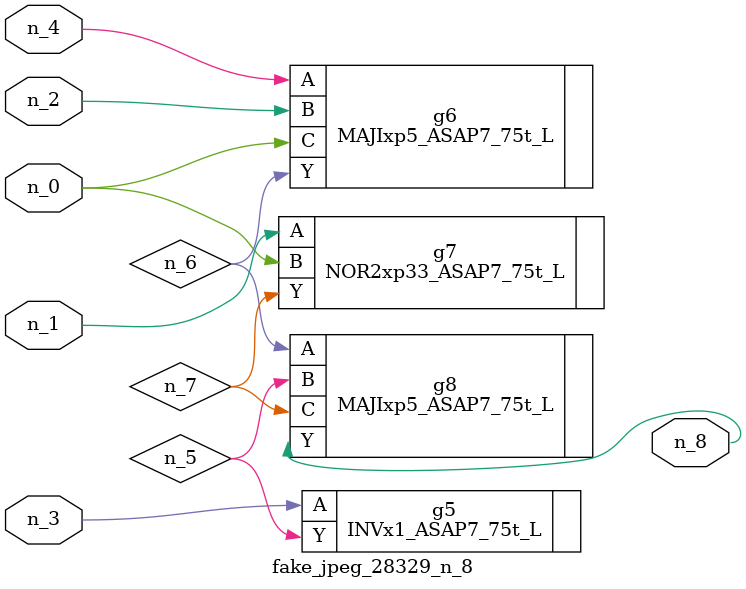
<source format=v>
module fake_jpeg_28329_n_8 (n_3, n_2, n_1, n_0, n_4, n_8);

input n_3;
input n_2;
input n_1;
input n_0;
input n_4;

output n_8;

wire n_6;
wire n_5;
wire n_7;

INVx1_ASAP7_75t_L g5 ( 
.A(n_3),
.Y(n_5)
);

MAJIxp5_ASAP7_75t_L g6 ( 
.A(n_4),
.B(n_2),
.C(n_0),
.Y(n_6)
);

NOR2xp33_ASAP7_75t_L g7 ( 
.A(n_1),
.B(n_0),
.Y(n_7)
);

MAJIxp5_ASAP7_75t_L g8 ( 
.A(n_6),
.B(n_5),
.C(n_7),
.Y(n_8)
);


endmodule
</source>
